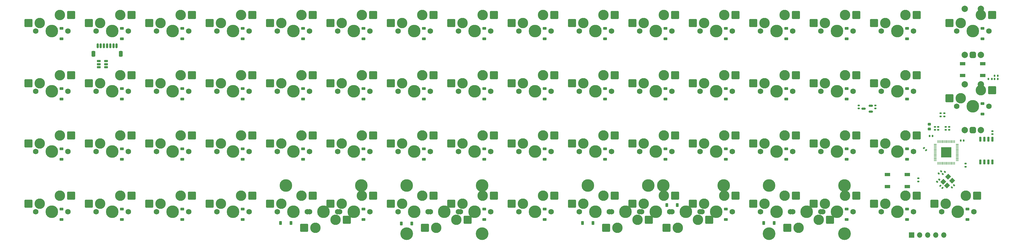
<source format=gbs>
G04 #@! TF.GenerationSoftware,KiCad,Pcbnew,8.0.2-1.fc39*
G04 #@! TF.CreationDate,2024-06-01T14:36:52-04:00*
G04 #@! TF.ProjectId,KeychronQ9OrthoIntegrated,4b657963-6872-46f6-9e51-394f7274686f,rev?*
G04 #@! TF.SameCoordinates,Original*
G04 #@! TF.FileFunction,Soldermask,Bot*
G04 #@! TF.FilePolarity,Negative*
%FSLAX46Y46*%
G04 Gerber Fmt 4.6, Leading zero omitted, Abs format (unit mm)*
G04 Created by KiCad (PCBNEW 8.0.2-1.fc39) date 2024-06-01 14:36:52*
%MOMM*%
%LPD*%
G01*
G04 APERTURE LIST*
G04 Aperture macros list*
%AMRoundRect*
0 Rectangle with rounded corners*
0 $1 Rounding radius*
0 $2 $3 $4 $5 $6 $7 $8 $9 X,Y pos of 4 corners*
0 Add a 4 corners polygon primitive as box body*
4,1,4,$2,$3,$4,$5,$6,$7,$8,$9,$2,$3,0*
0 Add four circle primitives for the rounded corners*
1,1,$1+$1,$2,$3*
1,1,$1+$1,$4,$5*
1,1,$1+$1,$6,$7*
1,1,$1+$1,$8,$9*
0 Add four rect primitives between the rounded corners*
20,1,$1+$1,$2,$3,$4,$5,0*
20,1,$1+$1,$4,$5,$6,$7,0*
20,1,$1+$1,$6,$7,$8,$9,0*
20,1,$1+$1,$8,$9,$2,$3,0*%
%AMRotRect*
0 Rectangle, with rotation*
0 The origin of the aperture is its center*
0 $1 length*
0 $2 width*
0 $3 Rotation angle, in degrees counterclockwise*
0 Add horizontal line*
21,1,$1,$2,0,0,$3*%
G04 Aperture macros list end*
%ADD10C,2.000000*%
%ADD11RoundRect,0.500000X0.500000X-0.500000X0.500000X0.500000X-0.500000X0.500000X-0.500000X-0.500000X0*%
%ADD12C,4.000000*%
%ADD13C,3.987800*%
%ADD14RoundRect,0.140000X0.170000X-0.140000X0.170000X0.140000X-0.170000X0.140000X-0.170000X-0.140000X0*%
%ADD15C,1.750000*%
%ADD16C,3.300000*%
%ADD17RoundRect,0.250000X1.025000X1.000000X-1.025000X1.000000X-1.025000X-1.000000X1.025000X-1.000000X0*%
%ADD18RoundRect,0.225000X0.375000X-0.225000X0.375000X0.225000X-0.375000X0.225000X-0.375000X-0.225000X0*%
%ADD19RoundRect,0.150000X0.475000X0.150000X-0.475000X0.150000X-0.475000X-0.150000X0.475000X-0.150000X0*%
%ADD20RoundRect,0.225000X0.225000X0.375000X-0.225000X0.375000X-0.225000X-0.375000X0.225000X-0.375000X0*%
%ADD21RoundRect,0.135000X-0.135000X-0.185000X0.135000X-0.185000X0.135000X0.185000X-0.135000X0.185000X0*%
%ADD22RoundRect,0.135000X-0.185000X0.135000X-0.185000X-0.135000X0.185000X-0.135000X0.185000X0.135000X0*%
%ADD23RoundRect,0.140000X0.021213X-0.219203X0.219203X-0.021213X-0.021213X0.219203X-0.219203X0.021213X0*%
%ADD24RoundRect,0.225000X-0.225000X-0.375000X0.225000X-0.375000X0.225000X0.375000X-0.225000X0.375000X0*%
%ADD25RoundRect,0.140000X-0.140000X-0.170000X0.140000X-0.170000X0.140000X0.170000X-0.140000X0.170000X0*%
%ADD26RoundRect,0.140000X-0.170000X0.140000X-0.170000X-0.140000X0.170000X-0.140000X0.170000X0.140000X0*%
%ADD27RoundRect,0.250000X-1.025000X-1.000000X1.025000X-1.000000X1.025000X1.000000X-1.025000X1.000000X0*%
%ADD28R,1.700000X1.000000*%
%ADD29RoundRect,0.050000X0.387500X0.050000X-0.387500X0.050000X-0.387500X-0.050000X0.387500X-0.050000X0*%
%ADD30RoundRect,0.050000X0.050000X0.387500X-0.050000X0.387500X-0.050000X-0.387500X0.050000X-0.387500X0*%
%ADD31R,3.200000X3.200000*%
%ADD32RoundRect,0.150000X0.512500X0.150000X-0.512500X0.150000X-0.512500X-0.150000X0.512500X-0.150000X0*%
%ADD33RoundRect,0.150000X-0.150000X-0.625000X0.150000X-0.625000X0.150000X0.625000X-0.150000X0.625000X0*%
%ADD34RoundRect,0.250000X-0.350000X-0.650000X0.350000X-0.650000X0.350000X0.650000X-0.350000X0.650000X0*%
%ADD35RoundRect,0.140000X-0.021213X0.219203X-0.219203X0.021213X0.021213X-0.219203X0.219203X-0.021213X0*%
%ADD36RoundRect,0.225000X-0.250000X0.225000X-0.250000X-0.225000X0.250000X-0.225000X0.250000X0.225000X0*%
%ADD37RotRect,1.400000X1.200000X45.000000*%
%ADD38RoundRect,0.150000X0.150000X-0.650000X0.150000X0.650000X-0.150000X0.650000X-0.150000X-0.650000X0*%
%ADD39RoundRect,0.140000X0.219203X0.021213X0.021213X0.219203X-0.219203X-0.021213X-0.021213X-0.219203X0*%
%ADD40R,1.700000X1.700000*%
%ADD41O,1.700000X1.700000*%
%ADD42RoundRect,0.140000X0.140000X0.170000X-0.140000X0.170000X-0.140000X-0.170000X0.140000X-0.170000X0*%
%ADD43RoundRect,0.135000X0.035355X-0.226274X0.226274X-0.035355X-0.035355X0.226274X-0.226274X0.035355X0*%
G04 APERTURE END LIST*
D10*
G04 #@! TO.C,SW2*
X313412500Y-56712500D03*
X318412500Y-56712500D03*
D11*
X315912500Y-56712500D03*
D10*
X318412500Y-42212500D03*
X313412500Y-42212500D03*
G04 #@! TD*
D12*
G04 #@! TO.C,S3*
X161131250Y-89535000D03*
D13*
X161131250Y-74295000D03*
D12*
X137318750Y-89535000D03*
D13*
X137318750Y-74295000D03*
G04 #@! TD*
D12*
G04 #@! TO.C,S4*
X275431042Y-89535000D03*
D13*
X275431042Y-74295000D03*
D12*
X251618542Y-89535000D03*
D13*
X251618542Y-74295000D03*
G04 #@! TD*
D10*
G04 #@! TO.C,SW1*
X313412500Y-32900000D03*
X318412500Y-32900000D03*
D11*
X315912500Y-32900000D03*
D10*
X318412500Y-18400000D03*
X313412500Y-18400000D03*
G04 #@! TD*
D14*
G04 #@! TO.C,C2*
X285154448Y-49884600D03*
X285154448Y-48924600D03*
G04 #@! TD*
D15*
G04 #@! TO.C,MX54*
X125730000Y-82550000D03*
D13*
X120650000Y-82550000D03*
D15*
X115570000Y-82550000D03*
D16*
X116840000Y-80010000D03*
D17*
X113290000Y-80010000D03*
X126740000Y-77470000D03*
D16*
X123190000Y-77470000D03*
G04 #@! TD*
D15*
G04 #@! TO.C,MX9*
X182880000Y-25400000D03*
D13*
X177800000Y-25400000D03*
D15*
X172720000Y-25400000D03*
D16*
X173990000Y-22860000D03*
D17*
X170440000Y-22860000D03*
X183890000Y-20320000D03*
D16*
X180340000Y-20320000D03*
G04 #@! TD*
D18*
G04 #@! TO.C,D6*
X123731928Y-27843750D03*
X123731928Y-24543750D03*
G04 #@! TD*
G04 #@! TO.C,D56*
X161831896Y-84993750D03*
X161831896Y-81693750D03*
G04 #@! TD*
D15*
G04 #@! TO.C,MX37*
X106680000Y-63500000D03*
D13*
X101600000Y-63500000D03*
D15*
X96520000Y-63500000D03*
D16*
X97790000Y-60960000D03*
D17*
X94240000Y-60960000D03*
X107690000Y-58420000D03*
D16*
X104140000Y-58420000D03*
G04 #@! TD*
D19*
G04 #@! TO.C,U2*
X42549184Y-34917548D03*
X42549184Y-35867548D03*
X42549184Y-36817548D03*
X40199184Y-36817548D03*
X40199184Y-35867548D03*
X40199184Y-34917548D03*
G04 #@! TD*
D18*
G04 #@! TO.C,D43*
X218981848Y-65943750D03*
X218981848Y-62643750D03*
G04 #@! TD*
D15*
G04 #@! TO.C,MX20*
X87630000Y-44450000D03*
D13*
X82550000Y-44450000D03*
D15*
X77470000Y-44450000D03*
D16*
X78740000Y-41910000D03*
D17*
X75190000Y-41910000D03*
X88640000Y-39370000D03*
D16*
X85090000Y-39370000D03*
G04 #@! TD*
D18*
G04 #@! TO.C,D1*
X28482008Y-27843750D03*
X28482008Y-24543750D03*
G04 #@! TD*
G04 #@! TO.C,D3*
X66581976Y-27843750D03*
X66581976Y-24543750D03*
G04 #@! TD*
G04 #@! TO.C,D17*
X28482008Y-46893750D03*
X28482008Y-43593750D03*
G04 #@! TD*
G04 #@! TO.C,D11*
X218981848Y-27843750D03*
X218981848Y-24543750D03*
G04 #@! TD*
G04 #@! TO.C,D45*
X257081816Y-65943750D03*
X257081816Y-62643750D03*
G04 #@! TD*
D15*
G04 #@! TO.C,MX49*
X49530000Y-82550000D03*
D13*
X44450000Y-82550000D03*
D15*
X39370000Y-82550000D03*
D16*
X40640000Y-80010000D03*
D17*
X37090000Y-80010000D03*
X50540000Y-77470000D03*
D16*
X46990000Y-77470000D03*
G04 #@! TD*
D18*
G04 #@! TO.C,D64*
X295181784Y-84993750D03*
X295181784Y-81693750D03*
G04 #@! TD*
D15*
G04 #@! TO.C,MX36*
X87630000Y-63500000D03*
D13*
X82550000Y-63500000D03*
D15*
X77470000Y-63500000D03*
D16*
X78740000Y-60960000D03*
D17*
X75190000Y-60960000D03*
X88640000Y-58420000D03*
D16*
X85090000Y-58420000D03*
G04 #@! TD*
D18*
G04 #@! TO.C,D65*
X314231768Y-84993750D03*
X314231768Y-81693750D03*
G04 #@! TD*
D14*
G04 #@! TO.C,C1*
X279945468Y-49884600D03*
X279945468Y-48924600D03*
G04 #@! TD*
D15*
G04 #@! TO.C,MX16*
X320992500Y-25400000D03*
D13*
X315912500Y-25400000D03*
D15*
X310832500Y-25400000D03*
D16*
X312102500Y-22860000D03*
D17*
X308552500Y-22860000D03*
X322002500Y-20320000D03*
D16*
X318452500Y-20320000D03*
G04 #@! TD*
D18*
G04 #@! TO.C,D27*
X218981848Y-46893750D03*
X218981848Y-43593750D03*
G04 #@! TD*
D20*
G04 #@! TO.C,D59*
X222709375Y-80466352D03*
X219409375Y-80466352D03*
G04 #@! TD*
D15*
G04 #@! TO.C,MX5*
X106680000Y-25400000D03*
D13*
X101600000Y-25400000D03*
D15*
X96520000Y-25400000D03*
D16*
X97790000Y-22860000D03*
D17*
X94240000Y-22860000D03*
X107690000Y-20320000D03*
D16*
X104140000Y-20320000D03*
G04 #@! TD*
D21*
G04 #@! TO.C,R4*
X322800276Y-40574184D03*
X323820276Y-40574184D03*
G04 #@! TD*
D15*
G04 #@! TO.C,MX35*
X68580000Y-63500000D03*
D13*
X63500000Y-63500000D03*
D15*
X58420000Y-63500000D03*
D16*
X59690000Y-60960000D03*
D17*
X56140000Y-60960000D03*
X69590000Y-58420000D03*
D16*
X66040000Y-58420000D03*
G04 #@! TD*
D18*
G04 #@! TO.C,D44*
X238031832Y-65943750D03*
X238031832Y-62643750D03*
G04 #@! TD*
G04 #@! TO.C,D51*
X85631960Y-84993750D03*
X85631960Y-81693750D03*
G04 #@! TD*
G04 #@! TO.C,D22*
X123731928Y-46893750D03*
X123731928Y-43593750D03*
G04 #@! TD*
D15*
G04 #@! TO.C,MX59*
X220980000Y-82550000D03*
D13*
X215900000Y-82550000D03*
D15*
X210820000Y-82550000D03*
D16*
X212090000Y-80010000D03*
D17*
X208540000Y-80010000D03*
X221990000Y-77470000D03*
D16*
X218440000Y-77470000D03*
G04 #@! TD*
D15*
G04 #@! TO.C,MX30*
X278130000Y-44450000D03*
D13*
X273050000Y-44450000D03*
D15*
X267970000Y-44450000D03*
D16*
X269240000Y-41910000D03*
D17*
X265690000Y-41910000D03*
X279140000Y-39370000D03*
D16*
X275590000Y-39370000D03*
G04 #@! TD*
D15*
G04 #@! TO.C,MX44*
X240030000Y-63500000D03*
D13*
X234950000Y-63500000D03*
D15*
X229870000Y-63500000D03*
D16*
X231140000Y-60960000D03*
D17*
X227590000Y-60960000D03*
X241040000Y-58420000D03*
D16*
X237490000Y-58420000D03*
G04 #@! TD*
D22*
G04 #@! TO.C,R8*
X305748572Y-51375112D03*
X305748572Y-52395112D03*
G04 #@! TD*
D18*
G04 #@! TO.C,D13*
X257081816Y-27843750D03*
X257081816Y-24543750D03*
G04 #@! TD*
D15*
G04 #@! TO.C,MX50*
X68580000Y-82550000D03*
D13*
X63500000Y-82550000D03*
D15*
X58420000Y-82550000D03*
D16*
X59690000Y-80010000D03*
D17*
X56140000Y-80010000D03*
X69590000Y-77470000D03*
D16*
X66040000Y-77470000D03*
G04 #@! TD*
D18*
G04 #@! TO.C,D15*
X295181784Y-27843750D03*
X295181784Y-24543750D03*
G04 #@! TD*
D23*
G04 #@! TO.C,C10*
X309278689Y-74846379D03*
X309957511Y-74167557D03*
G04 #@! TD*
D15*
G04 #@! TO.C,MX56*
X163830000Y-82550000D03*
D13*
X158750000Y-82550000D03*
D15*
X153670000Y-82550000D03*
D16*
X154940000Y-80010000D03*
D17*
X151390000Y-80010000D03*
X164840000Y-77470000D03*
D16*
X161290000Y-77470000D03*
G04 #@! TD*
D18*
G04 #@! TO.C,D31*
X295181784Y-46893750D03*
X295181784Y-43593750D03*
G04 #@! TD*
G04 #@! TO.C,D41*
X180881880Y-65943750D03*
X180881880Y-62643750D03*
G04 #@! TD*
D15*
G04 #@! TO.C,MX47*
X297180000Y-63500000D03*
D13*
X292100000Y-63500000D03*
D15*
X287020000Y-63500000D03*
D16*
X288290000Y-60960000D03*
D17*
X284740000Y-60960000D03*
X298190000Y-58420000D03*
D16*
X294640000Y-58420000D03*
G04 #@! TD*
D22*
G04 #@! TO.C,R7*
X306939196Y-51375112D03*
X306939196Y-52395112D03*
G04 #@! TD*
D24*
G04 #@! TO.C,D62*
X249968750Y-86121875D03*
X253268750Y-86121875D03*
G04 #@! TD*
D25*
G04 #@! TO.C,C7*
X312114660Y-60070652D03*
X313074660Y-60070652D03*
G04 #@! TD*
D18*
G04 #@! TO.C,D29*
X257081816Y-46893750D03*
X257081816Y-43593750D03*
G04 #@! TD*
D15*
G04 #@! TO.C,MX42*
X201930000Y-63500000D03*
D13*
X196850000Y-63500000D03*
D15*
X191770000Y-63500000D03*
D16*
X193040000Y-60960000D03*
D17*
X189490000Y-60960000D03*
X202940000Y-58420000D03*
D16*
X199390000Y-58420000D03*
G04 #@! TD*
D15*
G04 #@! TO.C,MX1*
X30480000Y-25400000D03*
D13*
X25400000Y-25400000D03*
D15*
X20320000Y-25400000D03*
D16*
X21590000Y-22860000D03*
D17*
X18040000Y-22860000D03*
X31490000Y-20320000D03*
D16*
X27940000Y-20320000D03*
G04 #@! TD*
D18*
G04 #@! TO.C,D19*
X66581976Y-46893750D03*
X66581976Y-43593750D03*
G04 #@! TD*
D15*
G04 #@! TO.C,MX65*
X316230000Y-82550000D03*
D13*
X311150000Y-82550000D03*
D15*
X306070000Y-82550000D03*
D16*
X307340000Y-80010000D03*
D17*
X303790000Y-80010000D03*
X317240000Y-77470000D03*
D16*
X313690000Y-77470000D03*
G04 #@! TD*
D15*
G04 #@! TO.C,MX40*
X163830000Y-63500000D03*
D13*
X158750000Y-63500000D03*
D15*
X153670000Y-63500000D03*
D16*
X154940000Y-60960000D03*
D17*
X151390000Y-60960000D03*
X164840000Y-58420000D03*
D16*
X161290000Y-58420000D03*
G04 #@! TD*
D18*
G04 #@! TO.C,D30*
X276131800Y-46893750D03*
X276131800Y-43593750D03*
G04 #@! TD*
D26*
G04 #@! TO.C,C8*
X313636456Y-67329708D03*
X313636456Y-68289708D03*
G04 #@! TD*
D18*
G04 #@! TO.C,D12*
X238031832Y-27843750D03*
X238031832Y-24543750D03*
G04 #@! TD*
D14*
G04 #@! TO.C,C3*
X305004432Y-56681124D03*
X305004432Y-55721124D03*
G04 #@! TD*
D18*
G04 #@! TO.C,D7*
X142781912Y-27843750D03*
X142781912Y-24543750D03*
G04 #@! TD*
D15*
G04 #@! TO.C,MX28*
X240030000Y-44450000D03*
D13*
X234950000Y-44450000D03*
D15*
X229870000Y-44450000D03*
D16*
X231140000Y-41910000D03*
D17*
X227590000Y-41910000D03*
X241040000Y-39370000D03*
D16*
X237490000Y-39370000D03*
G04 #@! TD*
D24*
G04 #@! TO.C,D55*
X135668750Y-86270644D03*
X138968750Y-86270644D03*
G04 #@! TD*
D15*
G04 #@! TO.C,MX67*
X258444793Y-82550000D03*
D13*
X263524792Y-82550000D03*
D15*
X268604791Y-82550000D03*
D16*
X267334792Y-85090000D03*
D27*
X270884792Y-85090000D03*
X257434792Y-87630000D03*
D16*
X260984792Y-87630000D03*
G04 #@! TD*
D18*
G04 #@! TO.C,D38*
X123731928Y-65943750D03*
X123731928Y-62643750D03*
G04 #@! TD*
D15*
G04 #@! TO.C,MX63*
X278130000Y-82550000D03*
D13*
X273050000Y-82550000D03*
D15*
X267970000Y-82550000D03*
D16*
X269240000Y-80010000D03*
D17*
X265690000Y-80010000D03*
X279140000Y-77470000D03*
D16*
X275590000Y-77470000D03*
G04 #@! TD*
D18*
G04 #@! TO.C,D23*
X142781912Y-46893750D03*
X142781912Y-43593750D03*
G04 #@! TD*
G04 #@! TO.C,D18*
X47531992Y-46893750D03*
X47531992Y-43593750D03*
G04 #@! TD*
D21*
G04 #@! TO.C,R6*
X322800276Y-39532388D03*
X323820276Y-39532388D03*
G04 #@! TD*
D15*
G04 #@! TO.C,MX19*
X68580000Y-44450000D03*
D13*
X63500000Y-44450000D03*
D15*
X58420000Y-44450000D03*
D16*
X59690000Y-41910000D03*
D17*
X56140000Y-41910000D03*
X69590000Y-39370000D03*
D16*
X66040000Y-39370000D03*
G04 #@! TD*
D13*
G04 #@! TO.C,S5*
X194468749Y-74295000D03*
X218281251Y-74295000D03*
G04 #@! TD*
D28*
G04 #@! TO.C,RST1*
X295250000Y-70821032D03*
X288950000Y-70821032D03*
X295250000Y-74621032D03*
X288950000Y-74621032D03*
G04 #@! TD*
D15*
G04 #@! TO.C,MX51*
X87630000Y-82550000D03*
D13*
X82550000Y-82550000D03*
D15*
X77470000Y-82550000D03*
D16*
X78740000Y-80010000D03*
D17*
X75190000Y-80010000D03*
X88640000Y-77470000D03*
D16*
X85090000Y-77470000D03*
G04 #@! TD*
D29*
G04 #@! TO.C,U3*
X310972008Y-61191352D03*
X310972008Y-61591352D03*
X310972008Y-61991352D03*
X310972008Y-62391352D03*
X310972008Y-62791352D03*
X310972008Y-63191352D03*
X310972008Y-63591352D03*
X310972008Y-63991352D03*
X310972008Y-64391352D03*
X310972008Y-64791352D03*
X310972008Y-65191352D03*
X310972008Y-65591352D03*
X310972008Y-65991352D03*
X310972008Y-66391352D03*
D30*
X310134508Y-67228852D03*
X309734508Y-67228852D03*
X309334508Y-67228852D03*
X308934508Y-67228852D03*
X308534508Y-67228852D03*
X308134508Y-67228852D03*
X307734508Y-67228852D03*
X307334508Y-67228852D03*
X306934508Y-67228852D03*
X306534508Y-67228852D03*
X306134508Y-67228852D03*
X305734508Y-67228852D03*
X305334508Y-67228852D03*
X304934508Y-67228852D03*
D29*
X304097008Y-66391352D03*
X304097008Y-65991352D03*
X304097008Y-65591352D03*
X304097008Y-65191352D03*
X304097008Y-64791352D03*
X304097008Y-64391352D03*
X304097008Y-63991352D03*
X304097008Y-63591352D03*
X304097008Y-63191352D03*
X304097008Y-62791352D03*
X304097008Y-62391352D03*
X304097008Y-61991352D03*
X304097008Y-61591352D03*
X304097008Y-61191352D03*
D30*
X304934508Y-60353852D03*
X305334508Y-60353852D03*
X305734508Y-60353852D03*
X306134508Y-60353852D03*
X306534508Y-60353852D03*
X306934508Y-60353852D03*
X307334508Y-60353852D03*
X307734508Y-60353852D03*
X308134508Y-60353852D03*
X308534508Y-60353852D03*
X308934508Y-60353852D03*
X309334508Y-60353852D03*
X309734508Y-60353852D03*
X310134508Y-60353852D03*
D31*
X307534508Y-63791352D03*
G04 #@! TD*
D18*
G04 #@! TO.C,D21*
X104681944Y-46893750D03*
X104681944Y-43593750D03*
G04 #@! TD*
G04 #@! TO.C,D49*
X47531992Y-84993750D03*
X47531992Y-81693750D03*
G04 #@! TD*
D13*
G04 #@! TO.C,S2*
X213518750Y-74295000D03*
X237331250Y-74295000D03*
G04 #@! TD*
D32*
G04 #@! TO.C,U1*
X283712500Y-49000348D03*
X283712500Y-50900348D03*
X281437500Y-49950348D03*
G04 #@! TD*
D24*
G04 #@! TO.C,D52*
X97568750Y-86121875D03*
X100868750Y-86121875D03*
G04 #@! TD*
D15*
G04 #@! TO.C,MX31*
X297180000Y-44450000D03*
D13*
X292100000Y-44450000D03*
D15*
X287020000Y-44450000D03*
D16*
X288290000Y-41910000D03*
D17*
X284740000Y-41910000D03*
X298190000Y-39370000D03*
D16*
X294640000Y-39370000D03*
G04 #@! TD*
D18*
G04 #@! TO.C,D4*
X85631960Y-27843750D03*
X85631960Y-24543750D03*
G04 #@! TD*
D15*
G04 #@! TO.C,MX10*
X201930000Y-25400000D03*
D13*
X196850000Y-25400000D03*
D15*
X191770000Y-25400000D03*
D16*
X193040000Y-22860000D03*
D17*
X189490000Y-22860000D03*
X202940000Y-20320000D03*
D16*
X199390000Y-20320000D03*
G04 #@! TD*
D18*
G04 #@! TO.C,D50*
X66581976Y-84993750D03*
X66581976Y-81693750D03*
G04 #@! TD*
D15*
G04 #@! TO.C,MX12*
X240030000Y-25400000D03*
D13*
X234950000Y-25400000D03*
D15*
X229870000Y-25400000D03*
D16*
X231140000Y-22860000D03*
D17*
X227590000Y-22860000D03*
X241040000Y-20320000D03*
D16*
X237490000Y-20320000D03*
G04 #@! TD*
D15*
G04 #@! TO.C,MX23*
X144780000Y-44450000D03*
D13*
X139700000Y-44450000D03*
D15*
X134620000Y-44450000D03*
D16*
X135890000Y-41910000D03*
D17*
X132340000Y-41910000D03*
X145790000Y-39370000D03*
D16*
X142240000Y-39370000D03*
G04 #@! TD*
D15*
G04 #@! TO.C,MX17*
X30480000Y-44450000D03*
D13*
X25400000Y-44450000D03*
D15*
X20320000Y-44450000D03*
D16*
X21590000Y-41910000D03*
D17*
X18040000Y-41910000D03*
X31490000Y-39370000D03*
D16*
X27940000Y-39370000D03*
G04 #@! TD*
D33*
G04 #@! TO.C,J1*
X39862464Y-30077708D03*
X40862464Y-30077708D03*
X41862464Y-30077708D03*
X42862464Y-30077708D03*
X43862464Y-30077708D03*
X44862464Y-30077708D03*
X45862464Y-30077708D03*
D34*
X38562464Y-32602708D03*
X47162464Y-32602708D03*
G04 #@! TD*
D15*
G04 #@! TO.C,MX24*
X163830000Y-44450000D03*
D13*
X158750000Y-44450000D03*
D15*
X153670000Y-44450000D03*
D16*
X154940000Y-41910000D03*
D17*
X151390000Y-41910000D03*
X164840000Y-39370000D03*
D16*
X161290000Y-39370000D03*
G04 #@! TD*
D18*
G04 #@! TO.C,D61*
X238031832Y-84993750D03*
X238031832Y-81693750D03*
G04 #@! TD*
G04 #@! TO.C,D35*
X66581976Y-65943750D03*
X66581976Y-62643750D03*
G04 #@! TD*
D35*
G04 #@! TO.C,C13*
X307072937Y-69896056D03*
X306394115Y-70574878D03*
G04 #@! TD*
D18*
G04 #@! TO.C,D32*
X318994264Y-51656250D03*
X318994264Y-48356250D03*
G04 #@! TD*
D15*
G04 #@! TO.C,MX27*
X220980000Y-44450000D03*
D13*
X215900000Y-44450000D03*
D15*
X210820000Y-44450000D03*
D16*
X212090000Y-41910000D03*
D17*
X208540000Y-41910000D03*
X221990000Y-39370000D03*
D16*
X218440000Y-39370000D03*
G04 #@! TD*
D15*
G04 #@! TO.C,MX26*
X201930000Y-44450000D03*
D13*
X196850000Y-44450000D03*
D15*
X191770000Y-44450000D03*
D16*
X193040000Y-41910000D03*
D17*
X189490000Y-41910000D03*
X202940000Y-39370000D03*
D16*
X199390000Y-39370000D03*
G04 #@! TD*
D18*
G04 #@! TO.C,D48*
X28482008Y-84993750D03*
X28482008Y-81693750D03*
G04 #@! TD*
G04 #@! TO.C,D26*
X199931864Y-46893750D03*
X199931864Y-43593750D03*
G04 #@! TD*
D15*
G04 #@! TO.C,MX13*
X259080000Y-25400000D03*
D13*
X254000000Y-25400000D03*
D15*
X248920000Y-25400000D03*
D16*
X250190000Y-22860000D03*
D17*
X246640000Y-22860000D03*
X260090000Y-20320000D03*
D16*
X256540000Y-20320000D03*
G04 #@! TD*
D15*
G04 #@! TO.C,MX53*
X106045000Y-82550000D03*
D13*
X111125000Y-82550000D03*
D15*
X116205000Y-82550000D03*
D16*
X114935000Y-85090000D03*
D27*
X118485000Y-85090000D03*
X105035000Y-87630000D03*
D16*
X108585000Y-87630000D03*
G04 #@! TD*
D36*
G04 #@! TO.C,C5*
X302176700Y-54830812D03*
X302176700Y-56380812D03*
G04 #@! TD*
D18*
G04 #@! TO.C,D39*
X142781912Y-65943750D03*
X142781912Y-62643750D03*
G04 #@! TD*
D37*
G04 #@! TO.C,Y1*
X306602134Y-73046637D03*
X308157769Y-71491002D03*
X309359850Y-72693083D03*
X307804215Y-74248718D03*
G04 #@! TD*
D15*
G04 #@! TO.C,MX62*
X259080000Y-82550000D03*
D13*
X254000000Y-82550000D03*
D15*
X248920000Y-82550000D03*
D16*
X250190000Y-80010000D03*
D17*
X246640000Y-80010000D03*
X260090000Y-77470000D03*
D16*
X256540000Y-77470000D03*
G04 #@! TD*
D14*
G04 #@! TO.C,C16*
X308427476Y-56681124D03*
X308427476Y-55721124D03*
G04 #@! TD*
D15*
G04 #@! TO.C,MX4*
X87630000Y-25400000D03*
D13*
X82550000Y-25400000D03*
D15*
X77470000Y-25400000D03*
D16*
X78740000Y-22860000D03*
D17*
X75190000Y-22860000D03*
X88640000Y-20320000D03*
D16*
X85090000Y-20320000D03*
G04 #@! TD*
D15*
G04 #@! TO.C,MX43*
X220980000Y-63500000D03*
D13*
X215900000Y-63500000D03*
D15*
X210820000Y-63500000D03*
D16*
X212090000Y-60960000D03*
D17*
X208540000Y-60960000D03*
X221990000Y-58420000D03*
D16*
X218440000Y-58420000D03*
G04 #@! TD*
D15*
G04 #@! TO.C,MX52*
X106680000Y-82550000D03*
D13*
X101600000Y-82550000D03*
D15*
X96520000Y-82550000D03*
D16*
X97790000Y-80010000D03*
D17*
X94240000Y-80010000D03*
X107690000Y-77470000D03*
D16*
X104140000Y-77470000D03*
G04 #@! TD*
D15*
G04 #@! TO.C,MX41*
X182880000Y-63500000D03*
D13*
X177800000Y-63500000D03*
D15*
X172720000Y-63500000D03*
D16*
X173990000Y-60960000D03*
D17*
X170440000Y-60960000D03*
X183890000Y-58420000D03*
D16*
X180340000Y-58420000D03*
G04 #@! TD*
D18*
G04 #@! TO.C,D9*
X180881880Y-27843750D03*
X180881880Y-24543750D03*
G04 #@! TD*
D15*
G04 #@! TO.C,MX15*
X297180000Y-25400000D03*
D13*
X292100000Y-25400000D03*
D15*
X287020000Y-25400000D03*
D16*
X288290000Y-22860000D03*
D17*
X284740000Y-22860000D03*
X298190000Y-20320000D03*
D16*
X294640000Y-20320000D03*
G04 #@! TD*
D14*
G04 #@! TO.C,C11*
X322119652Y-58020576D03*
X322119652Y-57060576D03*
G04 #@! TD*
D15*
G04 #@! TO.C,MX57*
X182880000Y-82550000D03*
D13*
X177800000Y-82550000D03*
D15*
X172720000Y-82550000D03*
D16*
X173990000Y-80010000D03*
D17*
X170440000Y-80010000D03*
X183890000Y-77470000D03*
D16*
X180340000Y-77470000D03*
G04 #@! TD*
D24*
G04 #@! TO.C,D58*
X192818750Y-86121875D03*
X196118750Y-86121875D03*
G04 #@! TD*
D15*
G04 #@! TO.C,MX38*
X125730000Y-63500000D03*
D13*
X120650000Y-63500000D03*
D15*
X115570000Y-63500000D03*
D16*
X116840000Y-60960000D03*
D17*
X113290000Y-60960000D03*
X126740000Y-58420000D03*
D16*
X123190000Y-58420000D03*
G04 #@! TD*
D15*
G04 #@! TO.C,MX66*
X144145001Y-82550000D03*
D13*
X149225000Y-82550000D03*
D15*
X154304999Y-82550000D03*
D16*
X153035000Y-85090000D03*
D27*
X156585000Y-85090000D03*
X143135000Y-87630000D03*
D16*
X146685000Y-87630000D03*
G04 #@! TD*
D18*
G04 #@! TO.C,D37*
X104681944Y-65943750D03*
X104681944Y-62643750D03*
G04 #@! TD*
G04 #@! TO.C,D40*
X161831896Y-65943750D03*
X161831896Y-62643750D03*
G04 #@! TD*
D15*
G04 #@! TO.C,MX14*
X278130000Y-25400000D03*
D13*
X273050000Y-25400000D03*
D15*
X267970000Y-25400000D03*
D16*
X269240000Y-22860000D03*
D17*
X265690000Y-22860000D03*
X279140000Y-20320000D03*
D16*
X275590000Y-20320000D03*
G04 #@! TD*
D21*
G04 #@! TO.C,R3*
X320865512Y-40574184D03*
X321885512Y-40574184D03*
G04 #@! TD*
D15*
G04 #@! TO.C,MX11*
X220980000Y-25400000D03*
D13*
X215900000Y-25400000D03*
D15*
X210820000Y-25400000D03*
D16*
X212090000Y-22860000D03*
D17*
X208540000Y-22860000D03*
X221990000Y-20320000D03*
D16*
X218440000Y-20320000D03*
G04 #@! TD*
D38*
G04 #@! TO.C,U4*
X322089888Y-66796040D03*
X320819888Y-66796040D03*
X319549888Y-66796040D03*
X318279888Y-66796040D03*
X318279888Y-59596040D03*
X319549888Y-59596040D03*
X320819888Y-59596040D03*
X322089888Y-59596040D03*
G04 #@! TD*
D15*
G04 #@! TO.C,MX48*
X30480000Y-82550000D03*
D13*
X25400000Y-82550000D03*
D15*
X20320000Y-82550000D03*
D16*
X21590000Y-80010000D03*
D17*
X18040000Y-80010000D03*
X31490000Y-77470000D03*
D16*
X27940000Y-77470000D03*
G04 #@! TD*
D18*
G04 #@! TO.C,D42*
X199931864Y-65943750D03*
X199931864Y-62643750D03*
G04 #@! TD*
G04 #@! TO.C,D14*
X276131800Y-27843750D03*
X276131800Y-24543750D03*
G04 #@! TD*
D15*
G04 #@! TO.C,MX21*
X106680000Y-44450000D03*
D13*
X101600000Y-44450000D03*
D15*
X96520000Y-44450000D03*
D16*
X97790000Y-41910000D03*
D17*
X94240000Y-41910000D03*
X107690000Y-39370000D03*
D16*
X104140000Y-39370000D03*
G04 #@! TD*
D15*
G04 #@! TO.C,MX25*
X182880000Y-44450000D03*
D13*
X177800000Y-44450000D03*
D15*
X172720000Y-44450000D03*
D16*
X173990000Y-41910000D03*
D17*
X170440000Y-41910000D03*
X183890000Y-39370000D03*
D16*
X180340000Y-39370000D03*
G04 #@! TD*
D18*
G04 #@! TO.C,D28*
X238031832Y-46893750D03*
X238031832Y-43593750D03*
G04 #@! TD*
G04 #@! TO.C,D10*
X199931864Y-27843750D03*
X199931864Y-24543750D03*
G04 #@! TD*
D15*
G04 #@! TO.C,MX32*
X320992500Y-49212500D03*
D13*
X315912500Y-49212500D03*
D15*
X310832500Y-49212500D03*
D16*
X312102500Y-46672500D03*
D17*
X308552500Y-46672500D03*
X322002500Y-44132500D03*
D16*
X318452500Y-44132500D03*
G04 #@! TD*
D39*
G04 #@! TO.C,C12*
X306385639Y-74995207D03*
X305706817Y-74316385D03*
G04 #@! TD*
D15*
G04 #@! TO.C,MX22*
X125730000Y-44450000D03*
D13*
X120650000Y-44450000D03*
D15*
X115570000Y-44450000D03*
D16*
X116840000Y-41910000D03*
D17*
X113290000Y-41910000D03*
X126740000Y-39370000D03*
D16*
X123190000Y-39370000D03*
G04 #@! TD*
D18*
G04 #@! TO.C,D54*
X123731928Y-84993750D03*
X123731928Y-81693750D03*
G04 #@! TD*
G04 #@! TO.C,D16*
X318994264Y-27843750D03*
X318994264Y-24543750D03*
G04 #@! TD*
D15*
G04 #@! TO.C,MX46*
X278130000Y-63500000D03*
D13*
X273050000Y-63500000D03*
D15*
X267970000Y-63500000D03*
D16*
X269240000Y-60960000D03*
D17*
X265690000Y-60960000D03*
X279140000Y-58420000D03*
D16*
X275590000Y-58420000D03*
G04 #@! TD*
D18*
G04 #@! TO.C,D36*
X85631960Y-65943750D03*
X85631960Y-62643750D03*
G04 #@! TD*
G04 #@! TO.C,D33*
X28482008Y-65943750D03*
X28482008Y-62643750D03*
G04 #@! TD*
D15*
G04 #@! TO.C,MX39*
X144780000Y-63500000D03*
D13*
X139700000Y-63500000D03*
D15*
X134620000Y-63500000D03*
D16*
X135890000Y-60960000D03*
D17*
X132340000Y-60960000D03*
X145790000Y-58420000D03*
D16*
X142240000Y-58420000D03*
G04 #@! TD*
D18*
G04 #@! TO.C,D63*
X276131800Y-84993750D03*
X276131800Y-81693750D03*
G04 #@! TD*
D28*
G04 #@! TO.C,BOOT1*
X319018876Y-35697624D03*
X312718876Y-35697624D03*
X319018876Y-39497624D03*
X312718876Y-39497624D03*
G04 #@! TD*
D35*
G04 #@! TO.C,C4*
X305880734Y-69778837D03*
X305201912Y-70457659D03*
G04 #@! TD*
D15*
G04 #@! TO.C,MX29*
X259080000Y-44450000D03*
D13*
X254000000Y-44450000D03*
D15*
X248920000Y-44450000D03*
D16*
X250190000Y-41910000D03*
D17*
X246640000Y-41910000D03*
X260090000Y-39370000D03*
D16*
X256540000Y-39370000D03*
G04 #@! TD*
D15*
G04 #@! TO.C,MX61*
X240030000Y-82550000D03*
D13*
X234950000Y-82550000D03*
D15*
X229870000Y-82550000D03*
D16*
X231140000Y-80010000D03*
D17*
X227590000Y-80010000D03*
X241040000Y-77470000D03*
D16*
X237490000Y-77470000D03*
G04 #@! TD*
D15*
G04 #@! TO.C,MX33*
X30480000Y-63500000D03*
D13*
X25400000Y-63500000D03*
D15*
X20320000Y-63500000D03*
D16*
X21590000Y-60960000D03*
D17*
X18040000Y-60960000D03*
X31490000Y-58420000D03*
D16*
X27940000Y-58420000D03*
G04 #@! TD*
D18*
G04 #@! TO.C,D2*
X47531992Y-27843750D03*
X47531992Y-24543750D03*
G04 #@! TD*
D15*
G04 #@! TO.C,MX34*
X49530000Y-63500000D03*
D13*
X44450000Y-63500000D03*
D15*
X39370000Y-63500000D03*
D16*
X40640000Y-60960000D03*
D17*
X37090000Y-60960000D03*
X50540000Y-58420000D03*
D16*
X46990000Y-58420000D03*
G04 #@! TD*
D14*
G04 #@! TO.C,C14*
X303962636Y-56681124D03*
X303962636Y-55721124D03*
G04 #@! TD*
D13*
G04 #@! TO.C,S1*
X99218750Y-74295000D03*
X123031250Y-74295000D03*
G04 #@! TD*
D18*
G04 #@! TO.C,D46*
X276131800Y-65943750D03*
X276131800Y-62643750D03*
G04 #@! TD*
G04 #@! TO.C,D25*
X180881880Y-46893750D03*
X180881880Y-43593750D03*
G04 #@! TD*
G04 #@! TO.C,D47*
X295181784Y-65943750D03*
X295181784Y-62643750D03*
G04 #@! TD*
D40*
G04 #@! TO.C,J3*
X296584432Y-89892112D03*
D41*
X299124432Y-89892112D03*
X301664432Y-89892112D03*
X304204432Y-89892112D03*
X306744432Y-89892112D03*
G04 #@! TD*
D15*
G04 #@! TO.C,MX45*
X259080000Y-63500000D03*
D13*
X254000000Y-63500000D03*
D15*
X248920000Y-63500000D03*
D16*
X250190000Y-60960000D03*
D17*
X246640000Y-60960000D03*
X260090000Y-58420000D03*
D16*
X256540000Y-58420000D03*
G04 #@! TD*
D18*
G04 #@! TO.C,D57*
X180881880Y-84993750D03*
X180881880Y-81693750D03*
G04 #@! TD*
D15*
G04 #@! TO.C,MX68*
X201295001Y-82550000D03*
D13*
X206375000Y-82550000D03*
D15*
X211454999Y-82550000D03*
D16*
X210185000Y-85090000D03*
D27*
X213735000Y-85090000D03*
X200285000Y-87630000D03*
D16*
X203835000Y-87630000D03*
G04 #@! TD*
D22*
G04 #@! TO.C,R5*
X298753656Y-71954384D03*
X298753656Y-72974384D03*
G04 #@! TD*
D15*
G04 #@! TO.C,MX64*
X297180000Y-82550000D03*
D13*
X292100000Y-82550000D03*
D15*
X287020000Y-82550000D03*
D16*
X288290000Y-80010000D03*
D17*
X284740000Y-80010000D03*
X298190000Y-77470000D03*
D16*
X294640000Y-77470000D03*
G04 #@! TD*
D15*
G04 #@! TO.C,MX18*
X49530000Y-44450000D03*
D13*
X44450000Y-44450000D03*
D15*
X39370000Y-44450000D03*
D16*
X40640000Y-41910000D03*
D17*
X37090000Y-41910000D03*
X50540000Y-39370000D03*
D16*
X46990000Y-39370000D03*
G04 #@! TD*
D18*
G04 #@! TO.C,D8*
X161831896Y-27843750D03*
X161831896Y-24543750D03*
G04 #@! TD*
D39*
G04 #@! TO.C,C9*
X301176659Y-63088967D03*
X300497837Y-62410145D03*
G04 #@! TD*
D14*
G04 #@! TO.C,C15*
X307385680Y-56681124D03*
X307385680Y-55721124D03*
G04 #@! TD*
D18*
G04 #@! TO.C,D24*
X161831896Y-46893750D03*
X161831896Y-43593750D03*
G04 #@! TD*
D15*
G04 #@! TO.C,MX55*
X144780000Y-82550000D03*
D13*
X139700000Y-82550000D03*
D15*
X134620000Y-82550000D03*
D16*
X135890000Y-80010000D03*
D17*
X132340000Y-80010000D03*
X145790000Y-77470000D03*
D16*
X142240000Y-77470000D03*
G04 #@! TD*
D15*
G04 #@! TO.C,MX60*
X220345000Y-82550000D03*
D13*
X225425000Y-82550000D03*
D15*
X230505000Y-82550000D03*
D16*
X229235000Y-85090000D03*
D27*
X232785000Y-85090000D03*
X219335000Y-87630000D03*
D16*
X222885000Y-87630000D03*
G04 #@! TD*
D42*
G04 #@! TO.C,C6*
X303252012Y-58582372D03*
X302292012Y-58582372D03*
G04 #@! TD*
D18*
G04 #@! TO.C,D34*
X47531992Y-65943750D03*
X47531992Y-62643750D03*
G04 #@! TD*
D15*
G04 #@! TO.C,MX2*
X49530000Y-25400000D03*
D13*
X44450000Y-25400000D03*
D15*
X39370000Y-25400000D03*
D16*
X40640000Y-22860000D03*
D17*
X37090000Y-22860000D03*
X50540000Y-20320000D03*
D16*
X46990000Y-20320000D03*
G04 #@! TD*
D15*
G04 #@! TO.C,MX58*
X201930000Y-82550000D03*
D13*
X196850000Y-82550000D03*
D15*
X191770000Y-82550000D03*
D16*
X193040000Y-80010000D03*
D17*
X189490000Y-80010000D03*
X202940000Y-77470000D03*
D16*
X199390000Y-77470000D03*
G04 #@! TD*
D15*
G04 #@! TO.C,MX6*
X125730000Y-25400000D03*
D13*
X120650000Y-25400000D03*
D15*
X115570000Y-25400000D03*
D16*
X116840000Y-22860000D03*
D17*
X113290000Y-22860000D03*
X126740000Y-20320000D03*
D16*
X123190000Y-20320000D03*
G04 #@! TD*
D18*
G04 #@! TO.C,D20*
X85631960Y-46893750D03*
X85631960Y-43593750D03*
G04 #@! TD*
D15*
G04 #@! TO.C,MX8*
X163830000Y-25400000D03*
D13*
X158750000Y-25400000D03*
D15*
X153670000Y-25400000D03*
D16*
X154940000Y-22860000D03*
D17*
X151390000Y-22860000D03*
X164840000Y-20320000D03*
D16*
X161290000Y-20320000D03*
G04 #@! TD*
D43*
G04 #@! TO.C,R9*
X304643808Y-73081656D03*
X305365056Y-72360408D03*
G04 #@! TD*
D15*
G04 #@! TO.C,MX7*
X144780000Y-25400000D03*
D13*
X139700000Y-25400000D03*
D15*
X134620000Y-25400000D03*
D16*
X135890000Y-22860000D03*
D17*
X132340000Y-22860000D03*
X145790000Y-20320000D03*
D16*
X142240000Y-20320000D03*
G04 #@! TD*
D15*
G04 #@! TO.C,MX3*
X68580000Y-25400000D03*
D13*
X63500000Y-25400000D03*
D15*
X58420000Y-25400000D03*
D16*
X59690000Y-22860000D03*
D17*
X56140000Y-22860000D03*
X69590000Y-20320000D03*
D16*
X66040000Y-20320000D03*
G04 #@! TD*
D18*
G04 #@! TO.C,D5*
X104681944Y-27843750D03*
X104681944Y-24543750D03*
G04 #@! TD*
M02*

</source>
